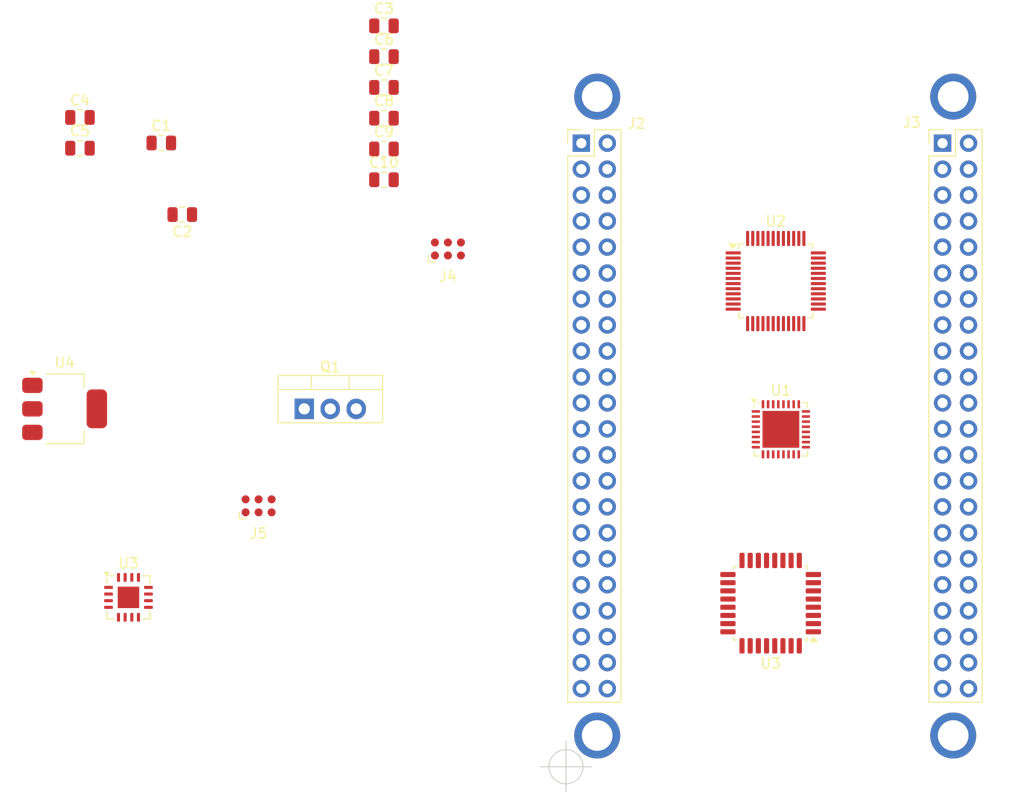
<source format=kicad_pcb>
(kicad_pcb (version 20241229) (generator "pcbnew") (generator_version "9.0")
  (layers (0 "F.Cu" signal) (2 "B.Cu" signal) (13 "F.Paste" user) (15 "B.Paste" user) (5 "F.SilkS" user "F.Silkscreen") (7 "B.SilkS" user "B.Silkscreen") (1 "F.Mask" user) (3 "B.Mask" user) (25 "Edge.Cuts" user))
  (net 0 "")
  (net 1 "GNDD")
  (net 4 "GND")
  (net 106 "/aux_mcu/RST1")
  (net 176 "Net-(C1-Pad1)")
  (net 177 "Net-(C2-Pad2)")
  (net 178 "+BATT")
  (net 182 "+3V3")
  (net 188 "/main_mcu/RST")
  (net 189 "/main_mcu/BOOT")
  (net 194 "Net-(U1-XC1)")
  (net 195 "/aux_mcu/DET4")
  (net 196 "/aux_mcu/DET3")
  (net 197 "/aux_mcu/DET1")
  (net 198 "Net-(U1-ANT)")
  (net 199 "/aux_mcu/DET2")
  (net 200 "Net-(U1-XC2)")
  (net 203 "+3V0")
  (net 206 "/IO/USB_RX")
  (net 207 "VCC")
  (net 209 "/IO/USB_TX")
  (net 210 "/IO/D_N")
  (net 212 "/IO/D_P")
  (footprint "Connector_PinHeader_2.54mm:PinHeader_2x22_P2.54mm_Vertical" (layer "F.Cu") (at 101.5 69.02)
    (property "Reference" "J2" (at 5.4 -1.92 0) (layer "F.SilkS"))
    (property "Value" "Left")
    (fp_line (start -1.33 -1.33) (end 0 -1.33) (stroke (width 0.12)) (layer "F.SilkS"))
    (fp_line (start -1.33 0) (end -1.33 -1.33) (stroke (width 0.12)) (layer "F.SilkS"))
    (fp_line (start -1.33 1.27) (end -1.33 54.67) (stroke (width 0.12)) (layer "F.SilkS"))
    (fp_line (start -1.33 1.27) (end 1.27 1.27) (stroke (width 0.12)) (layer "F.SilkS"))
    (fp_line (start -1.33 54.67) (end 3.87 54.67) (stroke (width 0.12)) (layer "F.SilkS"))
    (fp_line (start 1.27 -1.33) (end 3.87 -1.33) (stroke (width 0.12)) (layer "F.SilkS"))
    (fp_line (start 1.27 1.27) (end 1.27 -1.33) (stroke (width 0.12)) (layer "F.SilkS"))
    (fp_line (start 3.87 -1.33) (end 3.87 54.67) (stroke (width 0.12)) (layer "F.SilkS"))
    (pad "1" thru_hole rect (at 0 0) (size 1.7 1.7) (drill 1) (layers "*.Cu" "*.Mask"))
    (pad "2" thru_hole oval (at 2.54 0) (size 1.7 1.7) (drill 1) (layers "*.Cu" "*.Mask"))
    (pad "3" thru_hole oval (at 0 2.54) (size 1.7 1.7) (drill 1) (layers "*.Cu" "*.Mask"))
    (pad "4" thru_hole oval (at 2.54 2.54) (size 1.7 1.7) (drill 1) (layers "*.Cu" "*.Mask"))
    (pad "5" thru_hole oval (at 0 5.08) (size 1.7 1.7) (drill 1) (layers "*.Cu" "*.Mask"))
    (pad "6" thru_hole oval (at 2.54 5.08) (size 1.7 1.7) (drill 1) (layers "*.Cu" "*.Mask"))
    (pad "7" thru_hole oval (at 0 7.62) (size 1.7 1.7) (drill 1) (layers "*.Cu" "*.Mask"))
    (pad "8" thru_hole oval (at 2.54 7.62) (size 1.7 1.7) (drill 1) (layers "*.Cu" "*.Mask"))
    (pad "9" thru_hole oval (at 0 10.16) (size 1.7 1.7) (drill 1) (layers "*.Cu" "*.Mask"))
    (pad "10" thru_hole oval (at 2.54 10.16) (size 1.7 1.7) (drill 1) (layers "*.Cu" "*.Mask"))
    (pad "11" thru_hole oval (at 0 12.7) (size 1.7 1.7) (drill 1) (layers "*.Cu" "*.Mask"))
    (pad "12" thru_hole oval (at 2.54 12.7) (size 1.7 1.7) (drill 1) (layers "*.Cu" "*.Mask"))
    (pad "13" thru_hole oval (at 0 15.24) (size 1.7 1.7) (drill 1) (layers "*.Cu" "*.Mask"))
    (pad "14" thru_hole oval (at 2.54 15.24) (size 1.7 1.7) (drill 1) (layers "*.Cu" "*.Mask"))
    (pad "15" thru_hole oval (at 0 17.78) (size 1.7 1.7) (drill 1) (layers "*.Cu" "*.Mask"))
    (pad "16" thru_hole oval (at 2.54 17.78) (size 1.7 1.7) (drill 1) (layers "*.Cu" "*.Mask"))
    (pad "17" thru_hole oval (at 0 20.32) (size 1.7 1.7) (drill 1) (layers "*.Cu" "*.Mask"))
    (pad "18" thru_hole oval (at 2.54 20.32) (size 1.7 1.7) (drill 1) (layers "*.Cu" "*.Mask"))
    (pad "19" thru_hole oval (at 0 22.86) (size 1.7 1.7) (drill 1) (layers "*.Cu" "*.Mask"))
    (pad "20" thru_hole oval (at 2.54 22.86) (size 1.7 1.7) (drill 1) (layers "*.Cu" "*.Mask"))
    (pad "21" thru_hole oval (at 0 25.4) (size 1.7 1.7) (drill 1) (layers "*.Cu" "*.Mask"))
    (pad "22" thru_hole oval (at 2.54 25.4) (size 1.7 1.7) (drill 1) (layers "*.Cu" "*.Mask"))
    (pad "23" thru_hole oval (at 0 27.94) (size 1.7 1.7) (drill 1) (layers "*.Cu" "*.Mask"))
    (pad "24" thru_hole oval (at 2.54 27.94) (size 1.7 1.7) (drill 1) (layers "*.Cu" "*.Mask"))
    (pad "25" thru_hole oval (at 0 30.48) (size 1.7 1.7) (drill 1) (layers "*.Cu" "*.Mask"))
    (pad "26" thru_hole oval (at 2.54 30.48) (size 1.7 1.7) (drill 1) (layers "*.Cu" "*.Mask"))
    (pad "27" thru_hole oval (at 0 33.02) (size 1.7 1.7) (drill 1) (layers "*.Cu" "*.Mask"))
    (pad "28" thru_hole oval (at 2.54 33.02) (size 1.7 1.7) (drill 1) (layers "*.Cu" "*.Mask"))
    (pad "29" thru_hole oval (at 0 35.56) (size 1.7 1.7) (drill 1) (layers "*.Cu" "*.Mask"))
    (pad "30" thru_hole oval (at 2.54 35.56) (size 1.7 1.7) (drill 1) (layers "*.Cu" "*.Mask"))
    (pad "31" thru_hole oval (at 0 38.1) (size 1.7 1.7) (drill 1) (layers "*.Cu" "*.Mask"))
    (pad "32" thru_hole oval (at 2.54 38.1) (size 1.7 1.7) (drill 1) (layers "*.Cu" "*.Mask"))
    (pad "33" thru_hole oval (at 0 40.64) (size 1.7 1.7) (drill 1) (layers "*.Cu" "*.Mask"))
    (pad "34" thru_hole oval (at 2.54 40.64) (size 1.7 1.7) (drill 1) (layers "*.Cu" "*.Mask"))
    (pad "35" thru_hole oval (at 0 43.18) (size 1.7 1.7) (drill 1) (layers "*.Cu" "*.Mask"))
    (pad "36" thru_hole oval (at 2.54 43.18) (size 1.7 1.7) (drill 1) (layers "*.Cu" "*.Mask"))
    (pad "37" thru_hole oval (at 0 45.72) (size 1.7 1.7) (drill 1) (layers "*.Cu" "*.Mask"))
    (pad "38" thru_hole oval (at 2.54 45.72) (size 1.7 1.7) (drill 1) (layers "*.Cu" "*.Mask"))
    (pad "39" thru_hole oval (at 0 48.26) (size 1.7 1.7) (drill 1) (layers "*.Cu" "*.Mask"))
    (pad "40" thru_hole oval (at 2.54 48.26) (size 1.7 1.7) (drill 1) (layers "*.Cu" "*.Mask"))
    (pad "41" thru_hole oval (at 0 50.8) (size 1.7 1.7) (drill 1) (layers "*.Cu" "*.Mask"))
    (pad "42" thru_hole oval (at 2.54 50.8) (size 1.7 1.7) (drill 1) (layers "*.Cu" "*.Mask"))
    (pad "43" thru_hole oval (at 0 53.34) (size 1.7 1.7) (drill 1) (layers "*.Cu" "*.Mask"))
    (pad "44" thru_hole oval (at 2.54 53.34) (size 1.7 1.7) (drill 1) (layers "*.Cu" "*.Mask"))
  )
  (footprint "Capacitor_SMD:C_0805_2012Metric" (layer "F.Cu") (at 52.5 69.51)
    (property "Reference" "C5" (at 0 -1.68 0) (layer "F.SilkS"))
    (property "Value" "100nF")
    (fp_line (start -0.261252 -0.735) (end 0.261252 -0.735) (stroke (width 0.12)) (layer "F.SilkS"))
    (fp_line (start -0.261252 0.735) (end 0.261252 0.735) (stroke (width 0.12)) (layer "F.SilkS"))
    (pad "1" smd roundrect (at -0.95 0) (size 1 1.45) (layers "F.Cu" "F.Mask" "F.Paste") (net 178 "+BATT"))
    (pad "2" smd roundrect (at 0.95 0) (size 1 1.45) (layers "F.Cu" "F.Mask" "F.Paste") (net 4 "GND"))
  )
  (footprint "Capacitor_SMD:C_0805_2012Metric" (layer "F.Cu") (at 82.21 63.565)
    (property "Reference" "C7" (at 0 -1.68 0) (layer "F.SilkS"))
    (property "Value" "100nF")
    (fp_line (start -0.261252 -0.735) (end 0.261252 -0.735) (stroke (width 0.12)) (layer "F.SilkS"))
    (fp_line (start -0.261252 0.735) (end 0.261252 0.735) (stroke (width 0.12)) (layer "F.SilkS"))
    (pad "1" smd roundrect (at -0.95 0) (size 1 1.45) (layers "F.Cu" "F.Mask" "F.Paste") (net 182 "+3V3"))
    (pad "2" smd roundrect (at 0.95 0) (size 1 1.45) (layers "F.Cu" "F.Mask" "F.Paste") (net 4 "GND"))
  )
  (footprint "Package_TO_SOT_THT:TO-220-3_Vertical" (layer "F.Cu") (at 74.42 95)
    (property "Reference" "Q1" (at 2.54 -4.1 0) (layer "F.SilkS"))
    (property "Value" "BUT11")
    (fp_line (start -2.57 -3.26) (end -2.57 1.36) (stroke (width 0.12)) (layer "F.SilkS"))
    (fp_line (start -2.57 -3.26) (end 7.65 -3.26) (stroke (width 0.12)) (layer "F.SilkS"))
    (fp_line (start -2.57 -1.88) (end 7.65 -1.88) (stroke (width 0.12)) (layer "F.SilkS"))
    (fp_line (start -2.57 1.36) (end 7.65 1.36) (stroke (width 0.12)) (layer "F.SilkS"))
    (fp_line (start 0.69 -3.26) (end 0.69 -1.88) (stroke (width 0.12)) (layer "F.SilkS"))
    (fp_line (start 4.39 -3.26) (end 4.39 -1.88) (stroke (width 0.12)) (layer "F.SilkS"))
    (fp_line (start 7.65 -3.26) (end 7.65 1.36) (stroke (width 0.12)) (layer "F.SilkS"))
    (pad "1" thru_hole rect (at 0 0) (size 1.905 2) (drill 1.1) (layers "*.Cu" "*.Mask") (net 182 "+3V3"))
    (pad "2" thru_hole oval (at 2.54 0) (size 1.905 2) (drill 1.1) (layers "*.Cu" "*.Mask") (net 189 "/main_mcu/BOOT"))
    (pad "3" thru_hole oval (at 5.08 0) (size 1.905 2) (drill 1.1) (layers "*.Cu" "*.Mask") (net 4 "GND"))
  )
  (footprint "Connector:Tag-Connect_TC2030-IDC-NL_2x03_P1.27mm_Vertical" (layer "F.Cu") (at 88.46 79.365)
    (property "Reference" "J4" (at 0 2.7 0) (layer "F.SilkS"))
    (property "Value" "Conn_ARM_SWD_TagConnect_TC2030-NL")
    (fp_line (start -1.905 1.27) (end -1.905 0.635) (stroke (width 0.12)) (layer "F.SilkS"))
    (fp_line (start -1.27 1.27) (end -1.905 1.27) (stroke (width 0.12)) (layer "F.SilkS"))
    (pad "" np_thru_hole circle (at -2.54 0) (size 0.9906 0.9906) (drill 0.9906) (layers "*.Cu" "*.Mask"))
    (pad "" np_thru_hole circle (at 2.54 -1.016) (size 0.9906 0.9906) (drill 0.9906) (layers "*.Cu" "*.Mask"))
    (pad "" np_thru_hole circle (at 2.54 1.016) (size 0.9906 0.9906) (drill 0.9906) (layers "*.Cu" "*.Mask"))
    (pad "1" connect circle (at -1.27 0.635) (size 0.7874 0.7874) (layers "F.Cu" "F.Mask"))
    (pad "2" connect circle (at -1.27 -0.635) (size 0.7874 0.7874) (layers "F.Cu" "F.Mask"))
    (pad "3" connect circle (at 0 0.635) (size 0.7874 0.7874) (layers "F.Cu" "F.Mask") (net 188 "/main_mcu/RST"))
    (pad "4" connect circle (at 0 -0.635) (size 0.7874 0.7874) (layers "F.Cu" "F.Mask"))
    (pad "5" connect circle (at 1.27 0.635) (size 0.7874 0.7874) (layers "F.Cu" "F.Mask"))
    (pad "6" connect circle (at 1.27 -0.635) (size 0.7874 0.7874) (layers "F.Cu" "F.Mask"))
  )
  (footprint "MountingHole:MountingHole_3mm_Pad" (layer "F.Cu") (at 103.05 64.465)
    (property "Reference" "H1" (hide yes))
    (property "Value" "MountingHole_Pad")
    (pad "1" thru_hole circle (at 0 0) (size 4.5 4.5) (drill 3) (layers "*.Cu" "*.Mask") (net 1 "GNDD"))
  )
  (footprint "Connector_PinHeader_2.54mm:PinHeader_2x22_P2.54mm_Vertical" (layer "F.Cu") (at 136.8 69.02)
    (property "Reference" "J3" (at -3 -2.02 0) (layer "F.SilkS"))
    (property "Value" "Right")
    (fp_line (start -1.33 -1.33) (end 0 -1.33) (stroke (width 0.12)) (layer "F.SilkS"))
    (fp_line (start -1.33 0) (end -1.33 -1.33) (stroke (width 0.12)) (layer "F.SilkS"))
    (fp_line (start -1.33 1.27) (end -1.33 54.67) (stroke (width 0.12)) (layer "F.SilkS"))
    (fp_line (start -1.33 1.27) (end 1.27 1.27) (stroke (width 0.12)) (layer "F.SilkS"))
    (fp_line (start -1.33 54.67) (end 3.87 54.67) (stroke (width 0.12)) (layer "F.SilkS"))
    (fp_line (start 1.27 -1.33) (end 3.87 -1.33) (stroke (width 0.12)) (layer "F.SilkS"))
    (fp_line (start 1.27 1.27) (end 1.27 -1.33) (stroke (width 0.12)) (layer "F.SilkS"))
    (fp_line (start 3.87 -1.33) (end 3.87 54.67) (stroke (width 0.12)) (layer "F.SilkS"))
    (pad "1" thru_hole rect (at 0 0) (size 1.7 1.7) (drill 1) (layers "*.Cu" "*.Mask"))
    (pad "2" thru_hole oval (at 2.54 0) (size 1.7 1.7) (drill 1) (layers "*.Cu" "*.Mask"))
    (pad "3" thru_hole oval (at 0 2.54) (size 1.7 1.7) (drill 1) (layers "*.Cu" "*.Mask"))
    (pad "4" thru_hole oval (at 2.54 2.54) (size 1.7 1.7) (drill 1) (layers "*.Cu" "*.Mask"))
    (pad "5" thru_hole oval (at 0 5.08) (size 1.7 1.7) (drill 1) (layers "*.Cu" "*.Mask"))
    (pad "6" thru_hole oval (at 2.54 5.08) (size 1.7 1.7) (drill 1) (layers "*.Cu" "*.Mask"))
    (pad "7" thru_hole oval (at 0 7.62) (size 1.7 1.7) (drill 1) (layers "*.Cu" "*.Mask"))
    (pad "8" thru_hole oval (at 2.54 7.62) (size 1.7 1.7) (drill 1) (layers "*.Cu" "*.Mask"))
    (pad "9" thru_hole oval (at 0 10.16) (size 1.7 1.7) (drill 1) (layers "*.Cu" "*.Mask"))
    (pad "10" thru_hole oval (at 2.54 10.16) (size 1.7 1.7) (drill 1) (layers "*.Cu" "*.Mask"))
    (pad "11" thru_hole oval (at 0 12.7) (size 1.7 1.7) (drill 1) (layers "*.Cu" "*.Mask"))
    (pad "12" thru_hole oval (at 2.54 12.7) (size 1.7 1.7) (drill 1) (layers "*.Cu" "*.Mask"))
    (pad "13" thru_hole oval (at 0 15.24) (size 1.7 1.7) (drill 1) (layers "*.Cu" "*.Mask"))
    (pad "14" thru_hole oval (at 2.54 15.24) (size 1.7 1.7) (drill 1) (layers "*.Cu" "*.Mask"))
    (pad "15" thru_hole oval (at 0 17.78) (size 1.7 1.7) (drill 1) (layers "*.Cu" "*.Mask"))
    (pad "16" thru_hole oval (at 2.54 17.78) (size 1.7 1.7) (drill 1) (layers "*.Cu" "*.Mask"))
    (pad "17" thru_hole oval (at 0 20.32) (size 1.7 1.7) (drill 1) (layers "*.Cu" "*.Mask"))
    (pad "18" thru_hole oval (at 2.54 20.32) (size 1.7 1.7) (drill 1) (layers "*.Cu" "*.Mask"))
    (pad "19" thru_hole oval (at 0 22.86) (size 1.7 1.7) (drill 1) (layers "*.Cu" "*.Mask"))
    (pad "20" thru_hole oval (at 2.54 22.86) (size 1.7 1.7) (drill 1) (layers "*.Cu" "*.Mask"))
    (pad "21" thru_hole oval (at 0 25.4) (size 1.7 1.7) (drill 1) (layers "*.Cu" "*.Mask"))
    (pad "22" thru_hole oval (at 2.54 25.4) (size 1.7 1.7) (drill 1) (layers "*.Cu" "*.Mask"))
    (pad "23" thru_hole oval (at 0 27.94) (size 1.7 1.7) (drill 1) (layers "*.Cu" "*.Mask"))
    (pad "24" thru_hole oval (at 2.54 27.94) (size 1.7 1.7) (drill 1) (layers "*.Cu" "*.Mask"))
    (pad "25" thru_hole oval (at 0 30.48) (size 1.7 1.7) (drill 1) (layers "*.Cu" "*.Mask"))
    (pad "26" thru_hole oval (at 2.54 30.48) (size 1.7 1.7) (drill 1) (layers "*.Cu" "*.Mask"))
    (pad "27" thru_hole oval (at 0 33.02) (size 1.7 1.7) (drill 1) (layers "*.Cu" "*.Mask"))
    (pad "28" thru_hole oval (at 2.54 33.02) (size 1.7 1.7) (drill 1) (layers "*.Cu" "*.Mask"))
    (pad "29" thru_hole oval (at 0 35.56) (size 1.7 1.7) (drill 1) (layers "*.Cu" "*.Mask"))
    (pad "30" thru_hole oval (at 2.54 35.56) (size 1.7 1.7) (drill 1) (layers "*.Cu" "*.Mask"))
    (pad "31" thru_hole oval (at 0 38.1) (size 1.7 1.7) (drill 1) (layers "*.Cu" "*.Mask"))
    (pad "32" thru_hole oval (at 2.54 38.1) (size 1.7 1.7) (drill 1) (layers "*.Cu" "*.Mask"))
    (pad "33" thru_hole oval (at 0 40.64) (size 1.7 1.7) (drill 1) (layers "*.Cu" "*.Mask"))
    (pad "34" thru_hole oval (at 2.54 40.64) (size 1.7 1.7) (drill 1) (layers "*.Cu" "*.Mask"))
    (pad "35" thru_hole oval (at 0 43.18) (size 1.7 1.7) (drill 1) (layers "*.Cu" "*.Mask"))
    (pad "36" thru_hole oval (at 2.54 43.18) (size 1.7 1.7) (drill 1) (layers "*.Cu" "*.Mask"))
    (pad "37" thru_hole oval (at 0 45.72) (size 1.7 1.7) (drill 1) (layers "*.Cu" "*.Mask"))
    (pad "38" thru_hole oval (at 2.54 45.72) (size 1.7 1.7) (drill 1) (layers "*.Cu" "*.Mask"))
    (pad "39" thru_hole oval (at 0 48.26) (size 1.7 1.7) (drill 1) (layers "*.Cu" "*.Mask"))
    (pad "40" thru_hole oval (at 2.54 48.26) (size 1.7 1.7) (drill 1) (layers "*.Cu" "*.Mask"))
    (pad "41" thru_hole oval (at 0 50.8) (size 1.7 1.7) (drill 1) (layers "*.Cu" "*.Mask"))
    (pad "42" thru_hole oval (at 2.54 50.8) (size 1.7 1.7) (drill 1) (layers "*.Cu" "*.Mask"))
    (pad "43" thru_hole oval (at 0 53.34) (size 1.7 1.7) (drill 1) (layers "*.Cu" "*.Mask"))
    (pad "44" thru_hole oval (at 2.54 53.34) (size 1.7 1.7) (drill 1) (layers "*.Cu" "*.Mask"))
  )
  (footprint "Package_DFN_QFN:QFN-16-1EP_4x4mm_P0.65mm_EP2.1x2.1mm" (layer "F.Cu") (at 57.24 113.434)
    (property "Reference" "U3" (at 0 -3.33 0) (layer "F.SilkS"))
    (property "Value" "FT230XQ")
    (fp_line (start -2.11 -1.385) (end -2.11 -1.87) (stroke (width 0.12)) (layer "F.SilkS"))
    (fp_line (start -2.11 2.11) (end -2.11 1.385) (stroke (width 0.12)) (layer "F.SilkS"))
    (fp_line (start -1.385 -2.11) (end -1.81 -2.11) (stroke (width 0.12)) (layer "F.SilkS"))
    (fp_line (start -1.385 2.11) (end -2.11 2.11) (stroke (width 0.12)) (layer "F.SilkS"))
    (fp_line (start 1.385 -2.11) (end 2.11 -2.11) (stroke (width 0.12)) (layer "F.SilkS"))
    (fp_line (start 1.385 2.11) (end 2.11 2.11) (stroke (width 0.12)) (layer "F.SilkS"))
    (fp_line (start 2.11 -2.11) (end 2.11 -1.385) (stroke (width 0.12)) (layer "F.SilkS"))
    (fp_line (start 2.11 2.11) (end 2.11 1.385) (stroke (width 0.12)) (layer "F.SilkS"))
    (fp_poly (pts (xy -2.11 -2.11) (xy -2.35 -2.44) (xy -1.87 -2.44)) (stroke (width 0.12)) (fill yes) (layer "F.SilkS"))
    (pad "1" smd roundrect (at -1.95 -0.975) (size 0.85 0.3) (layers "F.Cu" "F.Mask" "F.Paste") (net 203 "+3V0"))
    (pad "2" smd roundrect (at -1.95 -0.325) (size 0.85 0.3) (layers "F.Cu" "F.Mask" "F.Paste") (net 206 "/IO/USB_RX"))
    (pad "3" smd roundrect (at -1.95 0.325) (size 0.85 0.3) (layers "F.Cu" "F.Mask" "F.Paste") (net 4 "GND"))
    (pad "4" smd roundrect (at -1.95 0.975) (size 0.85 0.3) (layers "F.Cu" "F.Mask" "F.Paste"))
    (pad "5" smd roundrect (at -0.975 1.95) (size 0.3 0.85) (layers "F.Cu" "F.Mask" "F.Paste"))
    (pad "6" smd roundrect (at -0.325 1.95) (size 0.3 0.85) (layers "F.Cu" "F.Mask" "F.Paste") (net 210 "/IO/D_N"))
    (pad "7" smd roundrect (at 0.325 1.95) (size 0.3 0.85) (layers "F.Cu" "F.Mask" "F.Paste") (net 212 "/IO/D_P"))
    (pad "8" smd roundrect (at 0.975 1.95) (size 0.3 0.85) (layers "F.Cu" "F.Mask" "F.Paste") (net 203 "+3V0"))
    (pad "9" smd roundrect (at 1.95 0.975) (size 0.85 0.3) (layers "F.Cu" "F.Mask" "F.Paste") (net 203 "+3V0"))
    (pad "10" smd roundrect (at 1.95 0.325) (size 0.85 0.3) (layers "F.Cu" "F.Mask" "F.Paste") (net 207 "VCC"))
    (pad "11" smd roundrect (at 1.95 -0.325) (size 0.85 0.3) (layers "F.Cu" "F.Mask" "F.Paste"))
    (pad "12" smd roundrect (at 1.95 -0.975) (size 0.85 0.3) (layers "F.Cu" "F.Mask" "F.Paste"))
    (pad "13" smd roundrect (at 0.975 -1.95) (size 0.3 0.85) (layers "F.Cu" "F.Mask" "F.Paste") (net 4 "GND"))
    (pad "14" smd roundrect (at 0.325 -1.95) (size 0.3 0.85) (layers "F.Cu" "F.Mask" "F.Paste"))
    (pad "15" smd roundrect (at -0.325 -1.95) (size 0.3 0.85) (layers "F.Cu" "F.Mask" "F.Paste") (net 209 "/IO/USB_TX"))
    (pad "16" smd roundrect (at -0.975 -1.95) (size 0.3 0.85) (layers "F.Cu" "F.Mask" "F.Paste"))
    (pad "17" smd rect (at 0 0) (size 2.1 2.1) (property pad_prop_heatsink) (layers "F.Cu" "F.Mask") (net 4 "GND"))
  )
  (footprint "Package_QFP:LQFP-32_7x7mm_P0.8mm" (layer "F.Cu") (at 120 114 180)
    (property "Reference" "U3" (at 0 -5.88 0) (layer "F.SilkS"))
    (property "Value" "FT232BM")
    (fp_line (start 3.61 3.61) (end 3.61 3.31) (stroke (width 0.12)) (layer "F.SilkS"))
    (fp_line (start 3.61 -3.61) (end 3.61 -3.31) (stroke (width 0.12)) (layer "F.SilkS"))
    (fp_line (start 3.31 3.61) (end 3.61 3.61) (stroke (width 0.12)) (layer "F.SilkS"))
    (fp_line (start 3.31 -3.61) (end 3.61 -3.61) (stroke (width 0.12)) (layer "F.SilkS"))
    (fp_line (start -3.31 3.61) (end -3.61 3.61) (stroke (width 0.12)) (layer "F.SilkS"))
    (fp_line (start -3.31 -3.61) (end -3.61 -3.61) (stroke (width 0.12)) (layer "F.SilkS"))
    (fp_line (start -3.61 3.61) (end -3.61 3.31) (stroke (width 0.12)) (layer "F.SilkS"))
    (fp_line (start -3.61 -3.61) (end -3.61 -3.31) (stroke (width 0.12)) (layer "F.SilkS"))
    (fp_poly (pts (xy -4.2125 -3.31) (xy -4.5525 -3.78) (xy -3.8725 -3.78)) (stroke (width 0.12)) (fill yes) (layer "F.SilkS"))
    (pad "1" smd roundrect (at -4.175 -2.8 180) (size 1.5 0.5) (layers "F.Cu" "F.Mask" "F.Paste"))
    (pad "2" smd roundrect (at -4.175 -2 180) (size 1.5 0.5) (layers "F.Cu" "F.Mask" "F.Paste"))
    (pad "3" smd roundrect (at -4.175 -1.2 180) (size 1.5 0.5) (layers "F.Cu" "F.Mask" "F.Paste"))
    (pad "4" smd roundrect (at -4.175 -0.4 180) (size 1.5 0.5) (layers "F.Cu" "F.Mask" "F.Paste"))
    (pad "5" smd roundrect (at -4.175 0.4 180) (size 1.5 0.5) (layers "F.Cu" "F.Mask" "F.Paste"))
    (pad "6" smd roundrect (at -4.175 1.2 180) (size 1.5 0.5) (layers "F.Cu" "F.Mask" "F.Paste"))
    (pad "7" smd roundrect (at -4.175 2 180) (size 1.5 0.5) (layers "F.Cu" "F.Mask" "F.Paste"))
    (pad "8" smd roundrect (at -4.175 2.8 180) (size 1.5 0.5) (layers "F.Cu" "F.Mask" "F.Paste"))
    (pad "9" smd roundrect (at -2.8 4.175 180) (size 0.5 1.5) (layers "F.Cu" "F.Mask" "F.Paste"))
    (pad "10" smd roundrect (at -2 4.175 180) (size 0.5 1.5) (layers "F.Cu" "F.Mask" "F.Paste"))
    (pad "11" smd roundrect (at -1.2 4.175 180) (size 0.5 1.5) (layers "F.Cu" "F.Mask" "F.Paste"))
    (pad "12" smd roundrect (at -0.4 4.175 180) (size 0.5 1.5) (layers "F.Cu" "F.Mask" "F.Paste"))
    (pad "13" smd roundrect (at 0.4 4.175 180) (size 0.5 1.5) (layers "F.Cu" "F.Mask" "F.Paste"))
    (pad "14" smd roundrect (at 1.2 4.175 180) (size 0.5 1.5) (layers "F.Cu" "F.Mask" "F.Paste"))
    (pad "15" smd roundrect (at 2 4.175 180) (size 0.5 1.5) (layers "F.Cu" "F.Mask" "F.Paste"))
    (pad "16" smd roundrect (at 2.8 4.175 180) (size 0.5 1.5) (layers "F.Cu" "F.Mask" "F.Paste"))
    (pad "17" smd roundrect (at 4.175 2.8 180) (size 1.5 0.5) (layers "F.Cu" "F.Mask" "F.Paste"))
    (pad "18" smd roundrect (at 4.175 2 180) (size 1.5 0.5) (layers "F.Cu" "F.Mask" "F.Paste"))
    (pad "19" smd roundrect (at 4.175 1.2 180) (size 1.5 0.5) (layers "F.Cu" "F.Mask" "F.Paste"))
    (pad "20" smd roundrect (at 4.175 0.4 180) (size 1.5 0.5) (layers "F.Cu" "F.Mask" "F.Paste"))
    (pad "21" smd roundrect (at 4.175 -0.4 180) (size 1.5 0.5) (layers "F.Cu" "F.Mask" "F.Paste"))
    (pad "22" smd roundrect (at 4.175 -1.2 180) (size 1.5 0.5) (layers "F.Cu" "F.Mask" "F.Paste"))
    (pad "23" smd roundrect (at 4.175 -2 180) (size 1.5 0.5) (layers "F.Cu" "F.Mask" "F.Paste"))
    (pad "24" smd roundrect (at 4.175 -2.8 180) (size 1.5 0.5) (layers "F.Cu" "F.Mask" "F.Paste"))
    (pad "25" smd roundrect (at 2.8 -4.175 180) (size 0.5 1.5) (layers "F.Cu" "F.Mask" "F.Paste"))
    (pad "26" smd roundrect (at 2 -4.175 180) (size 0.5 1.5) (layers "F.Cu" "F.Mask" "F.Paste"))
    (pad "27" smd roundrect (at 1.2 -4.175 180) (size 0.5 1.5) (layers "F.Cu" "F.Mask" "F.Paste"))
    (pad "28" smd roundrect (at 0.4 -4.175 180) (size 0.5 1.5) (layers "F.Cu" "F.Mask" "F.Paste"))
    (pad "29" smd roundrect (at -0.4 -4.175 180) (size 0.5 1.5) (layers "F.Cu" "F.Mask" "F.Paste"))
    (pad "30" smd roundrect (at -1.2 -4.175 180) (size 0.5 1.5) (layers "F.Cu" "F.Mask" "F.Paste"))
    (pad "31" smd roundrect (at -2 -4.175 180) (size 0.5 1.5) (layers "F.Cu" "F.Mask" "F.Paste"))
    (pad "32" smd roundrect (at -2.8 -4.175 180) (size 0.5 1.5) (layers "F.Cu" "F.Mask" "F.Paste"))
  )
  (footprint "Connector:Tag-Connect_TC2030-IDC-NL_2x03_P1.27mm_Vertical" (layer "F.Cu") (at 69.96 104.484)
    (property "Reference" "J5" (at 0 2.7 0) (layer "F.SilkS"))
    (property "Value" "Conn_ARM_SWD_TagConnect_TC2030-NL")
    (fp_line (start -1.905 1.27) (end -1.905 0.635) (stroke (width 0.12)) (layer "F.SilkS"))
    (fp_line (start -1.27 1.27) (end -1.905 1.27) (stroke (width 0.12)) (layer "F.SilkS"))
    (pad "" np_thru_hole circle (at -2.54 0) (size 0.9906 0.9906) (drill 0.9906) (layers "*.Cu" "*.Mask"))
    (pad "" np_thru_hole circle (at 2.54 -1.016) (size 0.9906 0.9906) (drill 0.9906) (layers "*.Cu" "*.Mask"))
    (pad "" np_thru_hole circle (at 2.54 1.016) (size 0.9906 0.9906) (drill 0.9906) (layers "*.Cu" "*.Mask"))
    (pad "1" connect circle (at -1.27 0.635) (size 0.7874 0.7874) (layers "F.Cu" "F.Mask"))
    (pad "2" connect circle (at -1.27 -0.635) (size 0.7874 0.7874) (layers "F.Cu" "F.Mask"))
    (pad "3" connect circle (at 0 0.635) (size 0.7874 0.7874) (layers "F.Cu" "F.Mask") (net 106 "/aux_mcu/RST1"))
    (pad "4" connect circle (at 0 -0.635) (size 0.7874 0.7874) (layers "F.Cu" "F.Mask"))
    (pad "5" connect circle (at 1.27 0.635) (size 0.7874 0.7874) (layers "F.Cu" "F.Mask"))
    (pad "6" connect circle (at 1.27 -0.635) (size 0.7874 0.7874) (layers "F.Cu" "F.Mask"))
  )
  (footprint "Capacitor_SMD:C_0805_2012Metric" (layer "F.Cu") (at 82.21 60.555)
    (property "Reference" "C6" (at 0 -1.68 0) (layer "F.SilkS"))
    (property "Value" "100nF")
    (fp_line (start -0.261252 -0.735) (end 0.261252 -0.735) (stroke (width 0.12)) (layer "F.SilkS"))
    (fp_line (start -0.261252 0.735) (end 0.261252 0.735) (stroke (width 0.12)) (layer "F.SilkS"))
    (pad "1" smd roundrect (at -0.95 0) (size 1 1.45) (layers "F.Cu" "F.Mask" "F.Paste") (net 182 "+3V3"))
    (pad "2" smd roundrect (at 0.95 0) (size 1 1.45) (layers "F.Cu" "F.Mask" "F.Paste") (net 4 "GND"))
  )
  (footprint "Capacitor_SMD:C_0805_2012Metric" (layer "F.Cu") (at 82.21 57.545)
    (property "Reference" "C3" (at 0 -1.68 0) (layer "F.SilkS"))
    (property "Value" "4.7uF")
    (fp_line (start -0.261252 -0.735) (end 0.261252 -0.735) (stroke (width 0.12)) (layer "F.SilkS"))
    (fp_line (start -0.261252 0.735) (end 0.261252 0.735) (stroke (width 0.12)) (layer "F.SilkS"))
    (pad "1" smd roundrect (at -0.95 0) (size 1 1.45) (layers "F.Cu" "F.Mask" "F.Paste") (net 182 "+3V3"))
    (pad "2" smd roundrect (at 0.95 0) (size 1 1.45) (layers "F.Cu" "F.Mask" "F.Paste") (net 4 "GND"))
  )
  (footprint "Package_DFN_QFN:QFN-32-1EP_5x5mm_P0.5mm_EP3.6x3.6mm" (layer "F.Cu") (at 121 97)
    (property "Reference" "U1" (at 0 -3.8 0) (layer "F.SilkS"))
    (property "Value" "nRF52810-QCxx")
    (fp_line (start -2.61 -2.135) (end -2.61 -2.37) (stroke (width 0.12)) (layer "F.SilkS"))
    (fp_line (start -2.61 2.61) (end -2.61 2.135) (stroke (width 0.12)) (layer "F.SilkS"))
    (fp_line (start -2.135 -2.61) (end -2.31 -2.61) (stroke (width 0.12)) (layer "F.SilkS"))
    (fp_line (start -2.135 2.61) (end -2.61 2.61) (stroke (width 0.12)) (layer "F.SilkS"))
    (fp_line (start 2.135 -2.61) (end 2.61 -2.61) (stroke (width 0.12)) (layer "F.SilkS"))
    (fp_line (start 2.135 2.61) (end 2.61 2.61) (stroke (width 0.12)) (layer "F.SilkS"))
    (fp_line (start 2.61 -2.61) (end 2.61 -2.135) (stroke (width 0.12)) (layer "F.SilkS"))
    (fp_line (start 2.61 2.61) (end 2.61 2.135) (stroke (width 0.12)) (layer "F.SilkS"))
    (fp_poly (pts (xy -2.61 -2.61) (xy -2.85 -2.94) (xy -2.37 -2.94)) (stroke (width 0.12)) (fill yes) (layer "F.SilkS"))
    (pad "1" smd roundrect (at -2.45 -1.75) (size 0.8 0.25) (layers "F.Cu" "F.Mask" "F.Paste") (net 197 "/aux_mcu/DET1"))
    (pad "2" smd roundrect (at -2.45 -1.25) (size 0.8 0.25) (layers "F.Cu" "F.Mask" "F.Paste"))
    (pad "3" smd roundrect (at -2.45 -0.75) (size 0.8 0.25) (layers "F.Cu" "F.Mask" "F.Paste"))
    (pad "4" smd roundrect (at -2.45 -0.25) (size 0.8 0.25) (layers "F.Cu" "F.Mask" "F.Paste"))
    (pad "5" smd roundrect (at -2.45 0.25) (size 0.8 0.25) (layers "F.Cu" "F.Mask" "F.Paste"))
    (pad "6" smd roundrect (at -2.45 0.75) (size 0.8 0.25) (layers "F.Cu" "F.Mask" "F.Paste"))
    (pad "7" smd roundrect (at -2.45 1.25) (size 0.8 0.25) (layers "F.Cu" "F.Mask" "F.Paste"))
    (pad "8" smd roundrect (at -2.45 1.75) (size 0.8 0.25) (layers "F.Cu" "F.Mask" "F.Paste"))
    (pad "9" smd roundrect (at -1.75 2.45) (size 0.25 0.8) (layers "F.Cu" "F.Mask" "F.Paste") (net 182 "+3V3"))
    (pad "10" smd roundrect (at -1.25 2.45) (size 0.25 0.8) (layers "F.Cu" "F.Mask" "F.Paste"))
    (pad "11" smd roundrect (at -0.75 2.45) (size 0.25 0.8) (layers "F.Cu" "F.Mask" "F.Paste"))
    (pad "12" smd roundrect (at -0.25 2.45) (size 0.25 0.8) (layers "F.Cu" "F.Mask" "F.Paste"))
    (pad "13" smd roundrect (at 0.25 2.45) (size 0.25 0.8) (layers "F.Cu" "F.Mask" "F.Paste"))
    (pad "14" smd roundrect (at 0.75 2.45) (size 0.25 0.8) (layers "F.Cu" "F.Mask" "F.Paste"))
    (pad "15" smd roundrect (at 1.25 2.45) (size 0.25 0.8) (layers "F.Cu" "F.Mask" "F.Paste"))
    (pad "16" smd roundrect (at 1.75 2.45) (size 0.25 0.8) (layers "F.Cu" "F.Mask" "F.Paste") (net 106 "/aux_mcu/RST1"))
    (pad "17" smd roundrect (at 2.45 1.75) (size 0.8 0.25) (layers "F.Cu" "F.Mask" "F.Paste"))
    (pad "18" smd roundrect (at 2.45 1.25) (size 0.8 0.25) (layers "F.Cu" "F.Mask" "F.Paste"))
    (pad "19" smd roundrect (at 2.45 0.75) (size 0.8 0.25) (layers "F.Cu" "F.Mask" "F.Paste") (net 198 "Net-(U1-ANT)"))
    (pad "20" smd roundrect (at 2.45 0.25) (size 0.8 0.25) (layers "F.Cu" "F.Mask" "F.Paste") (net 4 "GND"))
    (pad "21" smd roundrect (at 2.45 -0.25) (size 0.8 0.25) (layers "F.Cu" "F.Mask" "F.Paste") (net 199 "/aux_mcu/DET2"))
    (pad "22" smd roundrect (at 2.45 -0.75) (size 0.8 0.25) (layers "F.Cu" "F.Mask" "F.Paste") (net 196 "/aux_mcu/DET3"))
    (pad "23" smd roundrect (at 2.45 -1.25) (size 0.8 0.25) (layers "F.Cu" "F.Mask" "F.Paste") (net 194 "Net-(U1-XC1)"))
    (pad "24" smd roundrect (at 2.45 -1.75) (size 0.8 0.25) (layers "F.Cu" "F.Mask" "F.Paste") (net 200 "Net-(U1-XC2)"))
    (pad "25" smd roundrect (at 1.75 -2.45) (size 0.25 0.8) (layers "F.Cu" "F.Mask" "F.Paste") (net 182 "+3V3"))
    (pad "26" smd roundrect (at 1.25 -2.45) (size 0.25 0.8) (layers "F.Cu" "F.Mask" "F.Paste"))
    (pad "27" smd roundrect (at 0.75 -2.45) (size 0.25 0.8) (layers "F.Cu" "F.Mask" "F.Paste"))
    (pad "28" smd roundrect (at 0.25 -2.45) (size 0.25 0.8) (layers "F.Cu" "F.Mask" "F.Paste"))
    (pad "29" smd roundrect (at -0.25 -2.45) (size 0.25 0.8) (layers "F.Cu" "F.Mask" "F.Paste") (net 4 "GND"))
    (pad "30" smd roundrect (at -0.75 -2.45) (size 0.25 0.8) (layers "F.Cu" "F.Mask" "F.Paste") (net 195 "/aux_mcu/DET4"))
    (pad "31" smd roundrect (at -1.25 -2.45) (size 0.25 0.8) (layers "F.Cu" "F.Mask" "F.Paste"))
    (pad "32" smd roundrect (at -1.75 -2.45) (size 0.25 0.8) (layers "F.Cu" "F.Mask" "F.Paste") (net 182 "+3V3"))
    (pad "33" smd rect (at 0 0) (size 3.6 3.6) (property pad_prop_heatsink) (layers "F.Cu" "F.Mask") (net 4 "GND"))
  )
  (footprint "Capacitor_SMD:C_0805_2012Metric" (layer "F.Cu") (at 62.5 76 180)
    (property "Reference" "C2" (at 0 -1.68 0) (layer "F.SilkS"))
    (property "Value" "2.2uF")
    (fp_line (start -0.261252 0.735) (end 0.261252 0.735) (stroke (width 0.12)) (layer "F.SilkS"))
    (fp_line (start -0.261252 -0.735) (end 0.261252 -0.735) (stroke (width 0.12)) (layer "F.SilkS"))
    (pad "1" smd roundrect (at -0.95 0 180) (size 1 1.45) (layers "F.Cu" "F.Mask" "F.Paste") (net 4 "GND"))
    (pad "2" smd roundrect (at 0.95 0 180) (size 1 1.45) (layers "F.Cu" "F.Mask" "F.Paste") (net 177 "Net-(C2-Pad2)"))
  )
  (footprint "MountingHole:MountingHole_3mm_Pad" (layer "F.Cu") (at 137.84 126.945)
    (property "Reference" "H3" (hide yes))
    (property "Value" "MountingHole_Pad")
    (pad "1" thru_hole circle (at 0 0) (size 4.5 4.5) (drill 3) (layers "*.Cu" "*.Mask") (net 1 "GNDD"))
  )
  (footprint "MountingHole:MountingHole_3mm_Pad" (layer "F.Cu") (at 137.84 64.465)
    (property "Reference" "H4" (hide yes))
    (property "Value" "MountingHole_Pad")
    (pad "1" thru_hole circle (at 0 0) (size 4.5 4.5) (drill 3) (layers "*.Cu" "*.Mask") (net 1 "GNDD"))
  )
  (footprint "Capacitor_SMD:C_0805_2012Metric" (layer "F.Cu") (at 82.21 69.585)
    (property "Reference" "C9" (at 0 -1.68 0) (layer "F.SilkS"))
    (property "Value" "100nF")
    (fp_line (start -0.261252 -0.735) (end 0.261252 -0.735) (stroke (width 0.12)) (layer "F.SilkS"))
    (fp_line (start -0.261252 0.735) (end 0.261252 0.735) (stroke (width 0.12)) (layer "F.SilkS"))
    (pad "1" smd roundrect (at -0.95 0) (size 1 1.45) (layers "F.Cu" "F.Mask" "F.Paste") (net 182 "+3V3"))
    (pad "2" smd roundrect (at 0.95 0) (size 1 1.45) (layers "F.Cu" "F.Mask" "F.Paste") (net 4 "GND"))
  )
  (footprint "Package_QFP:LQFP-48_7x7mm_P0.5mm" (layer "F.Cu") (at 120.5 82.5)
    (property "Reference" "U2" (at 0 -5.85 0) (layer "F.SilkS"))
    (property "Value" "STM32H533CETx")
    (fp_line (start -3.61 -3.61) (end -3.61 -3.16) (stroke (width 0.12)) (layer "F.SilkS"))
    (fp_line (start -3.61 3.61) (end -3.61 3.16) (stroke (width 0.12)) (layer "F.SilkS"))
    (fp_line (start -3.16 -3.61) (end -3.61 -3.61) (stroke (width 0.12)) (layer "F.SilkS"))
    (fp_line (start -3.16 3.61) (end -3.61 3.61) (stroke (width 0.12)) (layer "F.SilkS"))
    (fp_line (start 3.16 -3.61) (end 3.61 -3.61) (stroke (width 0.12)) (layer "F.SilkS"))
    (fp_line (start 3.16 3.61) (end 3.61 3.61) (stroke (width 0.12)) (layer "F.SilkS"))
    (fp_line (start 3.61 -3.61) (end 3.61 -3.16) (stroke (width 0.12)) (layer "F.SilkS"))
    (fp_line (start 3.61 3.61) (end 3.61 3.16) (stroke (width 0.12)) (layer "F.SilkS"))
    (fp_poly (pts (xy -4.2 -3.16) (xy -4.54 -3.63) (xy -3.86 -3.63)) (stroke (width 0.12)) (fill yes) (layer "F.SilkS"))
    (pad "1" smd roundrect (at -4.1625 -2.75) (size 1.475 0.3) (layers "F.Cu" "F.Mask" "F.Paste") (net 178 "+BATT"))
    (pad "2" smd roundrect (at -4.1625 -2.25) (size 1.475 0.3) (layers "F.Cu" "F.Mask" "F.Paste"))
    (pad "3" smd roundrect (at -4.1625 -1.75) (size 1.475 0.3) (layers "F.Cu" "F.Mask" "F.Paste"))
    (pad "4" smd roundrect (at -4.1625 -1.25) (size 1.475 0.3) (layers "F.Cu" "F.Mask" "F.Paste"))
    (pad "5" smd roundrect (at -4.1625 -0.75) (size 1.475 0.3) (layers "F.Cu" "F.Mask" "F.Paste"))
    (pad "6" smd roundrect (at -4.1625 -0.25) (size 1.475 0.3) (layers "F.Cu" "F.Mask" "F.Paste"))
    (pad "7" smd roundrect (at -4.1625 0.25) (size 1.475 0.3) (layers "F.Cu" "F.Mask" "F.Paste") (net 188 "/main_mcu/RST"))
    (pad "8" smd roundrect (at -4.1625 0.75) (size 1.475 0.3) (layers "F.Cu" "F.Mask" "F.Paste") (net 4 "GND"))
    (pad "9" smd roundrect (at -4.1625 1.25) (size 1.475 0.3) (layers "F.Cu" "F.Mask" "F.Paste") (net 182 "+3V3"))
    (pad "10" smd roundrect (at -4.1625 1.75) (size 1.475 0.3) (layers "F.Cu" "F.Mask" "F.Paste"))
    (pad "11" smd roundrect (at -4.1625 2.25) (size 1.475 0.3) (layers "F.Cu" "F.Mask" "F.Paste"))
    (pad "12" smd roundrect (at -4.1625 2.75) (size 1.475 0.3) (layers "F.Cu" "F.Mask" "F.Paste"))
    (pad "13" smd roundrect (at -2.75 4.1625) (size 0.3 1.475) (layers "F.Cu" "F.Mask" "F.Paste"))
    (pad "14" smd roundrect (at -2.25 4.1625) (size 0.3 1.475) (layers "F.Cu" "F.Mask" "F.Paste"))
    (pad "15" smd roundrect (at -1.75 4.1625) (size 0.3 1.475) (layers "F.Cu" "F.Mask" "F.Paste"))
    (pad "16" smd roundrect (at -1.25 4.1625) (size 0.3 1.475) (layers "F.Cu" "F.Mask" "F.Paste"))
    (pad "17" smd roundrect (at -0.75 4.1625) (size 0.3 1.475) (layers "F.Cu" "F.Mask" "F.Paste"))
    (pad "18" smd roundrect (at -0.25 4.1625) (size 0.3 1.475) (layers "F.Cu" "F.Mask" "F.Paste"))
    (pad "19" smd roundrect (at 0.25 4.1625) (size 0.3 1.475) (layers "F.Cu" "F.Mask" "F.Paste"))
    (pad "20" smd roundrect (at 0.75 4.1625) (size 0.3 1.475) (layers "F.Cu" "F.Mask" "F.Paste"))
    (pad "21" smd roundrect (at 1.25 4.1625) (size 0.3 1.475) (layers "F.Cu" "F.Mask" "F.Paste"))
    (pad "22" smd roundrect (at 1.75 4.1625) (size 0.3 1.475) (layers "F.Cu" "F.Mask" "F.Paste") (net 177 "Net-(C2-Pad2)"))
    (pad "23" smd roundrect (at 2.25 4.1625) (size 0.3 1.475) (layers "F.Cu" "F.Mask" "F.Paste") (net 4 "GND"))
    (pad "24" smd roundrect (at 2.75 4.1625) (size 0.3 1.475) (layers "F.Cu" "F.Mask" "F.Paste") (net 182 "+3V3"))
    (pad "25" smd roundrect (at 4.1625 2.75) (size 1.475 0.3) (layers "F.Cu" "F.Mask" "F.Paste"))
    (pad "26" smd roundrect (at 4.1625 2.25) (size 1.475 0.3) (layers "F.Cu" "F.Mask" "F.Paste"))
    (pad "27" smd roundrect (at 4.1625 1.75) (size 1.475 0.3) (layers "F.Cu" "F.Mask" "F.Paste"))
    (pad "28" smd roundrect (at 4.1625 1.25) (size 1.475 0.3) (layers "F.Cu" "F.Mask" "F.Paste"))
    (pad "29" smd roundrect (at 4.1625 0.75) (size 1.475 0.3) (layers "F.Cu" "F.Mask" "F.Paste"))
    (pad "30" smd roundrect (at 4.1625 0.25) (size 1.475 0.3) (layers "F.Cu" "F.Mask" "F.Paste"))
    (pad "31" smd roundrect (at 4.1625 -0.25) (size 1.475 0.3) (layers "F.Cu" "F.Mask" "F.Paste"))
    (pad "32" smd roundrect (at 4.1625 -0.75) (size 1.475 0.3) (layers "F.Cu" "F.Mask" "F.Paste"))
    (pad "33" smd roundrect (at 4.1625 -1.25) (size 1.475 0.3) (layers "F.Cu" "F.Mask" "F.Paste"))
    (pad "34" smd roundrect (at 4.1625 -1.75) (size 1.475 0.3) (layers "F.Cu" "F.Mask" "F.Paste"))
    (pad "35" smd roundrect (at 4.1625 -2.25) (size 1.475 0.3) (layers "F.Cu" "F.Mask" "F.Paste") (net 4 "GND"))
    (pad "36" smd roundrect (at 4.1625 -2.75) (size 1.475 0.3) (layers "F.Cu" "F.Mask" "F.Paste") (net 182 "+3V3"))
    (pad "37" smd roundrect (at 2.75 -4.1625) (size 0.3 1.475) (layers "F.Cu" "F.Mask" "F.Paste"))
    (pad "38" smd roundrect (at 2.25 -4.1625) (size 0.3 1.475) (layers "F.Cu" "F.Mask" "F.Paste"))
    (pad "39" smd roundrect (at 1.75 -4.1625) (size 0.3 1.475) (layers "F.Cu" "F.Mask" "F.Paste"))
    (pad "40" smd roundrect (at 1.25 -4.1625) (size 0.3 1.475) (layers "F.Cu" "F.Mask" "F.Paste"))
    (pad "41" smd roundrect (at 0.75 -4.1625) (size 0.3 1.475) (layers "F.Cu" "F.Mask" "F.Paste"))
    (pad "42" smd roundrect (at 0.25 -4.1625) (size 0.3 1.475) (layers "F.Cu" "F.Mask" "F.Paste"))
    (pad "43" smd roundrect (at -0.25 -4.1625) (size 0.3 1.475) (layers "F.Cu" "F.Mask" "F.Paste"))
    (pad "44" smd roundrect (at -0.75 -4.1625) (size 0.3 1.475) (layers "F.Cu" "F.Mask" "F.Paste") (net 189 "/main_mcu/BOOT"))
    (pad "45" smd roundrect (at -1.25 -4.1625) (size 0.3 1.475) (layers "F.Cu" "F.Mask" "F.Paste"))
    (pad "46" smd roundrect (at -1.75 -4.1625) (size 0.3 1.475) (layers "F.Cu" "F.Mask" "F.Paste") (net 176 "Net-(C1-Pad1)"))
    (pad "47" smd roundrect (at -2.25 -4.1625) (size 0.3 1.475) (layers "F.Cu" "F.Mask" "F.Paste") (net 4 "GND"))
    (pad "48" smd roundrect (at -2.75 -4.1625) (size 0.3 1.475) (layers "F.Cu" "F.Mask" "F.Paste") (net 182 "+3V3"))
  )
  (footprint "MountingHole:MountingHole_3mm_Pad" (layer "F.Cu") (at 103.05 126.945)
    (property "Reference" "H2" (hide yes))
    (property "Value" "MountingHole_Pad")
    (pad "1" thru_hole circle (at 0 0) (size 4.5 4.5) (drill 3) (layers "*.Cu" "*.Mask") (net 1 "GNDD"))
  )
  (footprint "Capacitor_SMD:C_0805_2012Metric" (layer "F.Cu") (at 82.21 72.595)
    (property "Reference" "C10" (at 0 -1.68 0) (layer "F.SilkS"))
    (property "Value" "100nF")
    (fp_line (start -0.261252 -0.735) (end 0.261252 -0.735) (stroke (width 0.12)) (layer "F.SilkS"))
    (fp_line (start -0.261252 0.735) (end 0.261252 0.735) (stroke (width 0.12)) (layer "F.SilkS"))
    (pad "1" smd roundrect (at -0.95 0) (size 1 1.45) (layers "F.Cu" "F.Mask" "F.Paste") (net 182 "+3V3"))
    (pad "2" smd roundrect (at 0.95 0) (size 1 1.45) (layers "F.Cu" "F.Mask" "F.Paste") (net 4 "GND"))
  )
  (footprint "Capacitor_SMD:C_0805_2012Metric" (layer "F.Cu") (at 52.5 66.5)
    (property "Reference" "C4" (at 0 -1.68 0) (layer "F.SilkS"))
    (property "Value" "1uF")
    (fp_line (start -0.261252 -0.735) (end 0.261252 -0.735) (stroke (width 0.12)) (layer "F.SilkS"))
    (fp_line (start -0.261252 0.735) (end 0.261252 0.735) (stroke (width 0.12)) (layer "F.SilkS"))
    (pad "1" smd roundrect (at -0.95 0) (size 1 1.45) (layers "F.Cu" "F.Mask" "F.Paste") (net 178 "+BATT"))
    (pad "2" smd roundrect (at 0.95 0) (size 1 1.45) (layers "F.Cu" "F.Mask" "F.Paste") (net 4 "GND"))
  )
  (footprint "Package_TO_SOT_SMD:SOT-223-3_TabPin2" (layer "F.Cu") (at 51 95)
    (property "Reference" "U4" (at 0 -4.5 0) (layer "F.SilkS"))
    (property "Value" "LT1963AxST-3.3")
    (fp_line (start -1.85 -3.41) (end 1.91 -3.41) (stroke (width 0.12)) (layer "F.SilkS"))
    (fp_line (start -1.85 3.41) (end 1.91 3.41) (stroke (width 0.12)) (layer "F.SilkS"))
    (fp_line (start 1.91 -3.41) (end 1.91 -2.15) (stroke (width 0.12)) (layer "F.SilkS"))
    (fp_line (start 1.91 3.41) (end 1.91 2.15) (stroke (width 0.12)) (layer "F.SilkS"))
    (fp_poly (pts (xy -3.13 -3.31) (xy -3.37 -3.64) (xy -2.89 -3.64) (xy -3.13 -3.31)) (stroke (width 0.12)) (fill yes) (layer "F.SilkS"))
    (pad "1" smd roundrect (at -3.15 -2.3) (size 2 1.5) (layers "F.Cu" "F.Mask" "F.Paste") (net 207 "VCC"))
    (pad "2" smd roundrect (at -3.15 0) (size 2 1.5) (layers "F.Cu" "F.Mask" "F.Paste") (net 4 "GND"))
    (pad "2" smd roundrect (at 3.15 0) (size 2 3.8) (layers "F.Cu" "F.Mask" "F.Paste") (net 4 "GND"))
    (pad "3" smd roundrect (at -3.15 2.3) (size 2 1.5) (layers "F.Cu" "F.Mask" "F.Paste") (net 182 "+3V3"))
  )
  (footprint "Capacitor_SMD:C_0805_2012Metric" (layer "F.Cu") (at 82.21 66.575)
    (property "Reference" "C8" (at 0 -1.68 0) (layer "F.SilkS"))
    (property "Value" "1uF")
    (fp_line (start -0.261252 -0.735) (end 0.261252 -0.735) (stroke (width 0.12)) (layer "F.SilkS"))
    (fp_line (start -0.261252 0.735) (end 0.261252 0.735) (stroke (width 0.12)) (layer "F.SilkS"))
    (pad "1" smd roundrect (at -0.95 0) (size 1 1.45) (layers "F.Cu" "F.Mask" "F.Paste") (net 182 "+3V3"))
    (pad "2" smd roundrect (at 0.95 0) (size 1 1.45) (layers "F.Cu" "F.Mask" "F.Paste") (net 4 "GND"))
  )
  (footprint "Capacitor_SMD:C_0805_2012Metric" (layer "F.Cu") (at 60.45 69)
    (property "Reference" "C1" (at 0 -1.68 0) (layer "F.SilkS"))
    (property "Value" "2.2uF")
    (fp_line (start -0.261252 -0.735) (end 0.261252 -0.735) (stroke (width 0.12)) (layer "F.SilkS"))
    (fp_line (start -0.261252 0.735) (end 0.261252 0.735) (stroke (width 0.12)) (layer "F.SilkS"))
    (pad "1" smd roundrect (at -0.95 0) (size 1 1.45) (layers "F.Cu" "F.Mask" "F.Paste") (net 176 "Net-(C1-Pad1)"))
    (pad "2" smd roundrect (at 0.95 0) (size 1 1.45) (layers "F.Cu" "F.Mask" "F.Paste") (net 4 "GND"))
  )
  (target plus (at 100 130) (size 5) (width 0.1) (layer "Edge.Cuts"))
)
</source>
